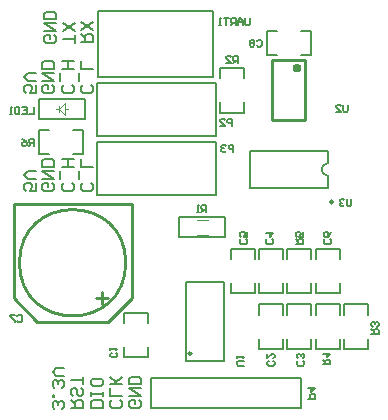
<source format=gbo>
G04 Layer_Color=32896*
%FSLAX44Y44*%
%MOMM*%
G71*
G01*
G75*
%ADD12C,0.2540*%
%ADD34C,0.2000*%
%ADD35C,0.1270*%
%ADD54C,0.7620*%
%ADD55C,0.2500*%
%ADD56C,0.1778*%
%ADD57C,0.1016*%
%ADD58C,0.1000*%
D12*
X103890Y101970D02*
G03*
X103890Y101970I-45000J0D01*
G01*
X227890Y273370D02*
X255813D01*
X227890Y222570D02*
Y273370D01*
Y222570D02*
X255813D01*
Y273370D01*
X88890Y51970D02*
X108890Y71970D01*
X28890Y51970D02*
X88890D01*
X8890Y71970D02*
X28890Y51970D01*
X8890Y71970D02*
Y151970D01*
X108890D01*
Y71970D02*
Y151970D01*
X28890Y51970D02*
X88890D01*
X78890Y71970D02*
X88890D01*
X83890D02*
Y76970D01*
Y66970D02*
Y71970D01*
D34*
X274890Y186170D02*
G03*
X274890Y175770I0J-5200D01*
G01*
Y165470D02*
Y175770D01*
Y186170D02*
Y196470D01*
X208890Y165470D02*
Y196470D01*
Y165470D02*
X274890D01*
X208890Y196470D02*
X274890D01*
X154640Y85470D02*
X187140D01*
X154640Y18470D02*
X187140D01*
X154640D02*
Y85470D01*
X187140Y18470D02*
Y85470D01*
X252190Y-20730D02*
Y4670D01*
X125190D02*
X252190D01*
X125190Y-20730D02*
X252190D01*
X125190D02*
Y4670D01*
X80630Y258840D02*
X177912D01*
X80630D02*
Y315482D01*
X177912D01*
Y258840D02*
Y315482D01*
X79890Y186970D02*
Y203970D01*
X179890D01*
X79890Y158970D02*
Y203970D01*
X179890Y158970D02*
Y203970D01*
X79890Y158970D02*
X179890D01*
X79890Y208970D02*
X179890D01*
Y253970D01*
X79890Y208970D02*
Y253970D01*
X179890D01*
X79890Y236970D02*
Y253970D01*
D35*
X149332Y123588D02*
Y140606D01*
Y123588D02*
X188194D01*
Y140606D01*
X149332D02*
X188194D01*
X69448Y223334D02*
Y240352D01*
X30586D02*
X69448D01*
X30586Y223334D02*
Y240352D01*
Y223334D02*
X69448D01*
X50221Y-22030D02*
X51887Y-20364D01*
Y-17032D01*
X50221Y-15366D01*
X48555D01*
X46888Y-17032D01*
Y-18698D01*
Y-17032D01*
X45222Y-15366D01*
X43556D01*
X41890Y-17032D01*
Y-20364D01*
X43556Y-22030D01*
X41890Y-12033D02*
X43556D01*
Y-10367D01*
X41890D01*
Y-12033D01*
X50221Y-3703D02*
X51887Y-2036D01*
Y1296D01*
X50221Y2962D01*
X48555D01*
X46888Y1296D01*
Y-370D01*
Y1296D01*
X45222Y2962D01*
X43556D01*
X41890Y1296D01*
Y-2036D01*
X43556Y-3703D01*
X51887Y6294D02*
X45222D01*
X41890Y9626D01*
X45222Y12959D01*
X51887D01*
X57890Y-21030D02*
X67887D01*
Y-16032D01*
X66221Y-14366D01*
X62888D01*
X61222Y-16032D01*
Y-21030D01*
Y-17698D02*
X57890Y-14366D01*
X66221Y-4369D02*
X67887Y-6035D01*
Y-9367D01*
X66221Y-11033D01*
X64555D01*
X62888Y-9367D01*
Y-6035D01*
X61222Y-4369D01*
X59556D01*
X57890Y-6035D01*
Y-9367D01*
X59556Y-11033D01*
X67887Y-1036D02*
Y5628D01*
Y2296D01*
X57890D01*
X84887Y-21030D02*
X74890D01*
Y-16032D01*
X76556Y-14366D01*
X83221D01*
X84887Y-16032D01*
Y-21030D01*
Y-11033D02*
Y-7701D01*
Y-9367D01*
X74890D01*
Y-11033D01*
Y-7701D01*
X84887Y2296D02*
Y-1036D01*
X83221Y-2703D01*
X76556D01*
X74890Y-1036D01*
Y2296D01*
X76556Y3962D01*
X83221D01*
X84887Y2296D01*
X99221Y-14366D02*
X100887Y-16032D01*
Y-19364D01*
X99221Y-21030D01*
X92556D01*
X90890Y-19364D01*
Y-16032D01*
X92556Y-14366D01*
X100887Y-11033D02*
X90890D01*
Y-4369D01*
X100887Y-1036D02*
X90890D01*
X94222D01*
X100887Y5628D01*
X95888Y630D01*
X90890Y5628D01*
X115221Y-14366D02*
X116887Y-16032D01*
Y-19364D01*
X115221Y-21030D01*
X108556D01*
X106890Y-19364D01*
Y-16032D01*
X108556Y-14366D01*
X111888D01*
Y-17698D01*
X106890Y-11033D02*
X116887D01*
X106890Y-4369D01*
X116887D01*
Y-1036D02*
X106890D01*
Y3962D01*
X108556Y5628D01*
X115221D01*
X116887Y3962D01*
Y-1036D01*
X74221Y169634D02*
X75887Y167968D01*
Y164636D01*
X74221Y162970D01*
X67556D01*
X65890Y164636D01*
Y167968D01*
X67556Y169634D01*
X64224Y172967D02*
Y179631D01*
X75887Y182964D02*
X65890D01*
Y189628D01*
X58221Y169634D02*
X59887Y167968D01*
Y164636D01*
X58221Y162970D01*
X51556D01*
X49890Y164636D01*
Y167968D01*
X51556Y169634D01*
X48224Y172967D02*
Y179631D01*
X59887Y182964D02*
X49890D01*
X54888D01*
Y189628D01*
X59887D01*
X49890D01*
X41221Y169634D02*
X42887Y167968D01*
Y164636D01*
X41221Y162970D01*
X34556D01*
X32890Y164636D01*
Y167968D01*
X34556Y169634D01*
X37888D01*
Y166302D01*
X32890Y172967D02*
X42887D01*
X32890Y179631D01*
X42887D01*
Y182964D02*
X32890D01*
Y187962D01*
X34556Y189628D01*
X41221D01*
X42887Y187962D01*
Y182964D01*
X27887Y169634D02*
Y162970D01*
X22888D01*
X24555Y166302D01*
Y167968D01*
X22888Y169634D01*
X19556D01*
X17890Y167968D01*
Y164636D01*
X19556Y162970D01*
X27887Y172967D02*
X21222D01*
X17890Y176299D01*
X21222Y179631D01*
X27887D01*
Y252635D02*
Y245970D01*
X22888D01*
X24555Y249302D01*
Y250968D01*
X22888Y252635D01*
X19556D01*
X17890Y250968D01*
Y247636D01*
X19556Y245970D01*
X27887Y255967D02*
X21222D01*
X17890Y259299D01*
X21222Y262631D01*
X27887D01*
X41221Y252635D02*
X42887Y250968D01*
Y247636D01*
X41221Y245970D01*
X34556D01*
X32890Y247636D01*
Y250968D01*
X34556Y252635D01*
X37888D01*
Y249302D01*
X32890Y255967D02*
X42887D01*
X32890Y262631D01*
X42887D01*
Y265964D02*
X32890D01*
Y270962D01*
X34556Y272628D01*
X41221D01*
X42887Y270962D01*
Y265964D01*
X58221Y252635D02*
X59887Y250968D01*
Y247636D01*
X58221Y245970D01*
X51556D01*
X49890Y247636D01*
Y250968D01*
X51556Y252635D01*
X48224Y255967D02*
Y262631D01*
X59887Y265964D02*
X49890D01*
X54888D01*
Y272628D01*
X59887D01*
X49890D01*
X74221Y252635D02*
X75887Y250968D01*
Y247636D01*
X74221Y245970D01*
X67556D01*
X65890Y247636D01*
Y250968D01*
X67556Y252635D01*
X64224Y255967D02*
Y262631D01*
X75887Y265964D02*
X65890D01*
Y272628D01*
Y288970D02*
X75887D01*
Y293968D01*
X74221Y295634D01*
X70888D01*
X69222Y293968D01*
Y288970D01*
Y292302D02*
X65890Y295634D01*
X75887Y298967D02*
X65890Y305631D01*
X75887D02*
X65890Y298967D01*
X60887Y287970D02*
Y294634D01*
Y291302D01*
X50890D01*
X60887Y297967D02*
X50890Y304631D01*
X60887D02*
X50890Y297967D01*
X43221Y294634D02*
X44887Y292968D01*
Y289636D01*
X43221Y287970D01*
X36556D01*
X34890Y289636D01*
Y292968D01*
X36556Y294634D01*
X39888D01*
Y291302D01*
X34890Y297967D02*
X44887D01*
X34890Y304631D01*
X44887D01*
Y307964D02*
X34890D01*
Y312962D01*
X36556Y314628D01*
X43221D01*
X44887Y312962D01*
Y307964D01*
X214891Y289968D02*
X215891Y290968D01*
X217890D01*
X218890Y289968D01*
Y285970D01*
X217890Y284970D01*
X215891D01*
X214891Y285970D01*
X212892Y289968D02*
X211892Y290968D01*
X209893D01*
X208893Y289968D01*
Y288969D01*
X209893Y287969D01*
X208893Y286969D01*
Y285970D01*
X209893Y284970D01*
X211892D01*
X212892Y285970D01*
Y286969D01*
X211892Y287969D01*
X212892Y288969D01*
Y289968D01*
X211892Y287969D02*
X209893D01*
X291890Y235968D02*
Y230970D01*
X290890Y229970D01*
X288891D01*
X287891Y230970D01*
Y235968D01*
X281893Y229970D02*
X285892D01*
X281893Y233969D01*
Y234968D01*
X282893Y235968D01*
X284892D01*
X285892Y234968D01*
X294890Y155968D02*
Y150970D01*
X293890Y149970D01*
X291891D01*
X290891Y150970D01*
Y155968D01*
X288892Y154968D02*
X287892Y155968D01*
X285893D01*
X284893Y154968D01*
Y153969D01*
X285893Y152969D01*
X286893D01*
X285893D01*
X284893Y151969D01*
Y150970D01*
X285893Y149970D01*
X287892D01*
X288892Y150970D01*
X11891Y56968D02*
X12891Y57968D01*
X14890D01*
X15890Y56968D01*
Y52970D01*
X14890Y51970D01*
X12891D01*
X11891Y52970D01*
X9892Y57968D02*
X5893D01*
Y56968D01*
X9892Y52970D01*
Y51970D01*
X171890Y144970D02*
Y150968D01*
X168891D01*
X167891Y149968D01*
Y147969D01*
X168891Y146969D01*
X171890D01*
X169891D02*
X167891Y144970D01*
X165892D02*
X163893D01*
X164892D01*
Y150968D01*
X165892Y149968D01*
X203888Y14970D02*
X198890D01*
X197890Y15970D01*
Y17969D01*
X198890Y18969D01*
X203888D01*
X197890Y20968D02*
Y22967D01*
Y21968D01*
X203888D01*
X202888Y20968D01*
X95888Y25969D02*
X96888Y24969D01*
Y22970D01*
X95888Y21970D01*
X91890D01*
X90890Y22970D01*
Y24969D01*
X91890Y25969D01*
X90890Y27968D02*
Y29967D01*
Y28968D01*
X96888D01*
X95888Y27968D01*
X228888Y18969D02*
X229888Y17969D01*
Y15970D01*
X228888Y14970D01*
X224890D01*
X223890Y15970D01*
Y17969D01*
X224890Y18969D01*
X223890Y24967D02*
Y20968D01*
X227889Y24967D01*
X228888D01*
X229888Y23967D01*
Y21968D01*
X228888Y20968D01*
X253888Y18969D02*
X254888Y17969D01*
Y15970D01*
X253888Y14970D01*
X249890D01*
X248890Y15970D01*
Y17969D01*
X249890Y18969D01*
X253888Y20968D02*
X254888Y21968D01*
Y23967D01*
X253888Y24967D01*
X252889D01*
X251889Y23967D01*
Y22967D01*
Y23967D01*
X250889Y24967D01*
X249890D01*
X248890Y23967D01*
Y21968D01*
X249890Y20968D01*
X270890Y15970D02*
X276888D01*
Y18969D01*
X275888Y19969D01*
X273889D01*
X272889Y18969D01*
Y15970D01*
Y17969D02*
X270890Y19969D01*
Y24967D02*
X276888D01*
X273889Y21968D01*
Y25967D01*
X311890Y41970D02*
X317888D01*
Y44969D01*
X316888Y45969D01*
X314889D01*
X313889Y44969D01*
Y41970D01*
Y43969D02*
X311890Y45969D01*
X316888Y47968D02*
X317888Y48968D01*
Y50967D01*
X316888Y51967D01*
X315889D01*
X314889Y50967D01*
Y49967D01*
Y50967D01*
X313889Y51967D01*
X312890D01*
X311890Y50967D01*
Y48968D01*
X312890Y47968D01*
X193890Y217970D02*
Y223968D01*
X190891D01*
X189891Y222968D01*
Y220969D01*
X190891Y219969D01*
X193890D01*
X183893Y217970D02*
X187892D01*
X183893Y221969D01*
Y222968D01*
X184893Y223968D01*
X186892D01*
X187892Y222968D01*
X205888Y121969D02*
X206888Y120969D01*
Y118970D01*
X205888Y117970D01*
X201890D01*
X200890Y118970D01*
Y120969D01*
X201890Y121969D01*
X206888Y127967D02*
Y123968D01*
X203889D01*
X204889Y125967D01*
Y126967D01*
X203889Y127967D01*
X201890D01*
X200890Y126967D01*
Y124968D01*
X201890Y123968D01*
X227888Y121969D02*
X228888Y120969D01*
Y118970D01*
X227888Y117970D01*
X223890D01*
X222890Y118970D01*
Y120969D01*
X223890Y121969D01*
X222890Y126967D02*
X228888D01*
X225889Y123968D01*
Y127967D01*
X276888Y121969D02*
X277888Y120969D01*
Y118970D01*
X276888Y117970D01*
X272890D01*
X271890Y118970D01*
Y120969D01*
X272890Y121969D01*
X277888Y127967D02*
X276888Y125967D01*
X274889Y123968D01*
X272890D01*
X271890Y124968D01*
Y126967D01*
X272890Y127967D01*
X273889D01*
X274889Y126967D01*
Y123968D01*
X257890Y-13030D02*
X263888D01*
Y-10031D01*
X262888Y-9031D01*
X260889D01*
X259889Y-10031D01*
Y-13030D01*
X257890Y-4033D02*
X263888D01*
X260889Y-7032D01*
Y-3033D01*
X198890Y270970D02*
Y276968D01*
X195891D01*
X194891Y275968D01*
Y273969D01*
X195891Y272969D01*
X198890D01*
X196891D02*
X194891Y270970D01*
X188893D02*
X192892D01*
X188893Y274969D01*
Y275968D01*
X189893Y276968D01*
X191892D01*
X192892Y275968D01*
X247890Y117970D02*
X253888D01*
Y120969D01*
X252888Y121969D01*
X250889D01*
X249889Y120969D01*
Y117970D01*
Y119969D02*
X247890Y121969D01*
X253888Y127967D02*
Y123968D01*
X250889D01*
X251889Y125967D01*
Y126967D01*
X250889Y127967D01*
X248890D01*
X247890Y126967D01*
Y124968D01*
X248890Y123968D01*
X194890Y195970D02*
Y201968D01*
X191891D01*
X190891Y200968D01*
Y198969D01*
X191891Y197969D01*
X194890D01*
X188892Y200968D02*
X187892Y201968D01*
X185893D01*
X184893Y200968D01*
Y199969D01*
X185893Y198969D01*
X186893D01*
X185893D01*
X184893Y197969D01*
Y196970D01*
X185893Y195970D01*
X187892D01*
X188892Y196970D01*
X208890Y308968D02*
Y303970D01*
X207890Y302970D01*
X205891D01*
X204891Y303970D01*
Y308968D01*
X202892Y302970D02*
Y306969D01*
X200893Y308968D01*
X198893Y306969D01*
Y302970D01*
Y305969D01*
X202892D01*
X196894Y302970D02*
Y308968D01*
X193895D01*
X192895Y307968D01*
Y305969D01*
X193895Y304969D01*
X196894D01*
X194895D02*
X192895Y302970D01*
X190896Y308968D02*
X186897D01*
X188897D01*
Y302970D01*
X184898D02*
X182898D01*
X183898D01*
Y308968D01*
X184898Y307968D01*
X25890Y233968D02*
Y227970D01*
X21891D01*
X15893Y233968D02*
X19892D01*
Y227970D01*
X15893D01*
X19892Y230969D02*
X17893D01*
X13894Y233968D02*
Y227970D01*
X10895D01*
X9895Y228970D01*
Y232968D01*
X10895Y233968D01*
X13894D01*
X7896Y227970D02*
X5896D01*
X6896D01*
Y233968D01*
X7896Y232968D01*
X25890Y200970D02*
Y206968D01*
X22891D01*
X21891Y205968D01*
Y203969D01*
X22891Y202969D01*
X25890D01*
X23891D02*
X21891Y200970D01*
X15893Y206968D02*
X17893Y205968D01*
X19892Y203969D01*
Y201970D01*
X18892Y200970D01*
X16893D01*
X15893Y201970D01*
Y202969D01*
X16893Y203969D01*
X19892D01*
D54*
X248932Y266773D02*
G03*
X248955Y266766I341J1022D01*
G01*
D55*
X279390Y153470D02*
G03*
X279390Y153470I-1250J0D01*
G01*
X159440Y25320D02*
G03*
X159440Y25320I-1250J0D01*
G01*
D56*
X223094Y298130D02*
X231730D01*
X223094Y287970D02*
Y298130D01*
Y277810D02*
Y287970D01*
Y277810D02*
X231730D01*
X252050D02*
X260686D01*
Y287970D01*
Y298130D01*
X252050D02*
X260686D01*
X59050Y214130D02*
X67686D01*
Y203970D02*
Y214130D01*
Y193810D02*
Y203970D01*
X59050Y193810D02*
X67686D01*
X30094D02*
X38730D01*
X30094D02*
Y203970D01*
Y214130D01*
X38730D01*
X102730Y51130D02*
Y59766D01*
X112890D01*
X123050D01*
Y51130D02*
Y59766D01*
Y22174D02*
Y30810D01*
X112890Y22174D02*
X123050D01*
X102730D02*
X112890D01*
X102730D02*
Y30810D01*
X216730Y58130D02*
Y66766D01*
X226890D01*
X237050D01*
Y58130D02*
Y66766D01*
Y29174D02*
Y37810D01*
X226890Y29174D02*
X237050D01*
X216730D02*
X226890D01*
X216730D02*
Y37810D01*
X240730Y58130D02*
Y66766D01*
X250890D01*
X261050D01*
Y58130D02*
Y66766D01*
Y29174D02*
Y37810D01*
X250890Y29174D02*
X261050D01*
X240730D02*
X250890D01*
X240730D02*
Y37810D01*
X264730Y105130D02*
Y113766D01*
X274890D01*
X285050D01*
Y105130D02*
Y113766D01*
Y76174D02*
Y84810D01*
X274890Y76174D02*
X285050D01*
X264730D02*
X274890D01*
X264730D02*
Y84810D01*
X261050Y76174D02*
Y84810D01*
X250890Y76174D02*
X261050D01*
X240730D02*
X250890D01*
X240730D02*
Y84810D01*
Y105130D02*
Y113766D01*
X250890D01*
X261050D01*
Y105130D02*
Y113766D01*
X264730Y58130D02*
Y66766D01*
X274890D01*
X285050D01*
Y58130D02*
Y66766D01*
Y29174D02*
Y37810D01*
X274890Y29174D02*
X285050D01*
X264730D02*
X274890D01*
X264730D02*
Y37810D01*
X216730Y105130D02*
Y113766D01*
X226890D01*
X237050D01*
Y105130D02*
Y113766D01*
Y76174D02*
Y84810D01*
X226890Y76174D02*
X237050D01*
X216730D02*
X226890D01*
X216730D02*
Y84810D01*
X183730Y258130D02*
Y266766D01*
X193890D01*
X204050D01*
Y258130D02*
Y266766D01*
Y229174D02*
Y237810D01*
X193890Y229174D02*
X204050D01*
X183730D02*
X193890D01*
X183730D02*
Y237810D01*
X192730Y105130D02*
Y113766D01*
X202890D01*
X213050D01*
Y105130D02*
Y113766D01*
Y76174D02*
Y84810D01*
X202890Y76174D02*
X213050D01*
X192730D02*
X202890D01*
X192730D02*
Y84810D01*
X288730Y58130D02*
Y66766D01*
X298890D01*
X309050D01*
Y58130D02*
Y66766D01*
Y29174D02*
Y37810D01*
X298890Y29174D02*
X309050D01*
X288730D02*
X298890D01*
X288730D02*
Y37810D01*
D57*
X164572Y138320D02*
X173208D01*
X164572Y125620D02*
X173208D01*
D58*
X44810Y231970D02*
X47350D01*
X52430D02*
X54970D01*
X47350Y229430D02*
Y234510D01*
Y231970D02*
X52430Y237050D01*
X47350Y231970D02*
X52430Y226890D01*
Y237050D01*
M02*

</source>
